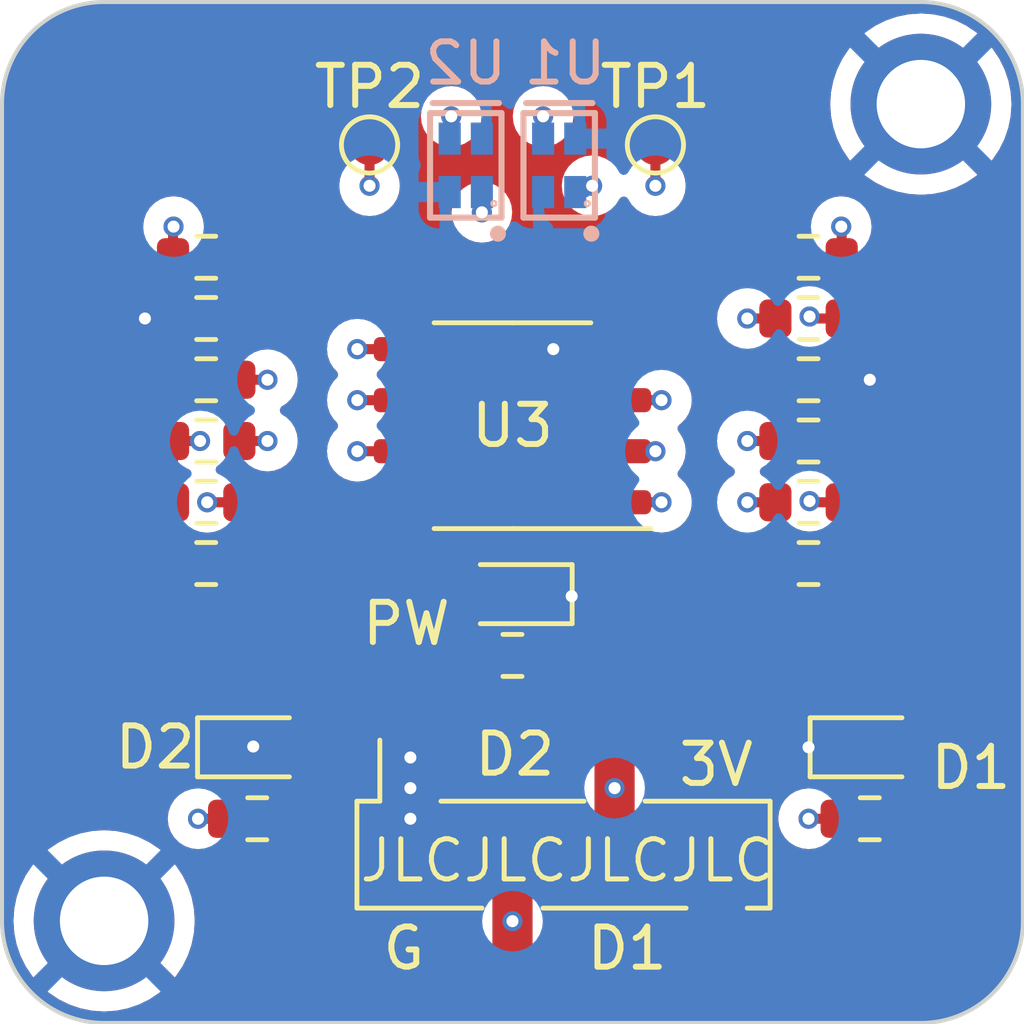
<source format=kicad_pcb>
(kicad_pcb (version 20221018) (generator pcbnew)
  (layers (0 "F.Cu" power) (1 "In1.Cu" signal) (2 "In2.Cu" signal) (31 "B.Cu" power) (34 "B.Paste" user) (35 "F.Paste" user) (36 "B.SilkS" user "B.Silkscreen") (37 "F.SilkS" user "F.Silkscreen") (38 "B.Mask" user) (39 "F.Mask" user) (44 "Edge.Cuts" user))
  (net 0 "")
  (net 1 "GND")
  (net 2 "A2")
  (net 3 "A1")
  (net 4 "D2")
  (net 5 "D1")
  (net 6 "+3V3")
  (net 7 "Net-(D1-A)")
  (net 8 "Net-(D2-A)")
  (net 9 "Net-(U3A--)")
  (net 10 "Net-(U3A-+)")
  (net 11 "Net-(U3B-+)")
  (net 12 "Net-(U3B--)")
  (net 13 "Net-(PW1-A)")
  (net 14 "Net-(U1-A)")
  (net 15 "Net-(U2-A)")
  (footprint "Resistor_SMD:R_0603_1608Metric" (layer "F.Cu") (at 30.48 33.274)
    (fp_text reference "R15" hide)
    (fp_text value "1k" hide)
    (fp_line (start -0.237258 -0.5225) (end 0.237258 -0.5225) (stroke (width 0.12)) (layer "F.SilkS"))
    (fp_line (start -0.237258 0.5225) (end 0.237258 0.5225) (stroke (width 0.12)) (layer "F.SilkS"))
    (pad "1" smd roundrect (at -0.825 0) (size 0.8 0.95) (layers "F.Cu" "F.Paste" "F.Mask") (net 1 "GND"))
    (pad "2" smd roundrect (at 0.825 0) (size 0.8 0.95) (layers "F.Cu" "F.Paste" "F.Mask") (net 11 "Net-(U3B-+)"))
  )
  (footprint "Resistor_SMD:R_0603_1608Metric" (layer "F.Cu") (at 30.48 34.798)
    (fp_text reference "R11" hide)
    (fp_text value "1k" hide)
    (fp_line (start -0.237258 -0.5225) (end 0.237258 -0.5225) (stroke (width 0.12)) (layer "F.SilkS"))
    (fp_line (start -0.237258 0.5225) (end 0.237258 0.5225) (stroke (width 0.12)) (layer "F.SilkS"))
    (pad "1" smd roundrect (at -0.825 0) (size 0.8 0.95) (layers "F.Cu" "F.Paste" "F.Mask") (net 6 "+3V3"))
    (pad "2" smd roundrect (at 0.825 0) (size 0.8 0.95) (layers "F.Cu" "F.Paste" "F.Mask") (net 11 "Net-(U3B-+)"))
  )
  (footprint "Resistor_SMD:R_0603_1608Metric" (layer "F.Cu") (at 30.48 39.37 180)
    (fp_text reference "R2" hide)
    (fp_text value "1k" hide)
    (fp_line (start -0.237258 -0.5225) (end 0.237258 -0.5225) (stroke (width 0.12)) (layer "F.SilkS"))
    (fp_line (start -0.237258 0.5225) (end 0.237258 0.5225) (stroke (width 0.12)) (layer "F.SilkS"))
    (pad "1" smd roundrect (at -0.825 0 180) (size 0.8 0.95) (layers "F.Cu" "F.Paste" "F.Mask") (net 6 "+3V3"))
    (pad "2" smd roundrect (at 0.825 0 180) (size 0.8 0.95) (layers "F.Cu" "F.Paste" "F.Mask") (net 2 "A2"))
  )
  (footprint "Resistor_SMD:R_0603_1608Metric" (layer "F.Cu") (at 30.48 37.846 180)
    (fp_text reference "R13" hide)
    (fp_text value "1k" hide)
    (fp_line (start -0.237258 -0.5225) (end 0.237258 -0.5225) (stroke (width 0.12)) (layer "F.SilkS"))
    (fp_line (start -0.237258 0.5225) (end 0.237258 0.5225) (stroke (width 0.12)) (layer "F.SilkS"))
    (pad "1" smd roundrect (at -0.825 0 180) (size 0.8 0.95) (layers "F.Cu" "F.Paste" "F.Mask") (net 4 "D2"))
    (pad "2" smd roundrect (at 0.825 0 180) (size 0.8 0.95) (layers "F.Cu" "F.Paste" "F.Mask") (net 2 "A2"))
  )
  (footprint "LED_SMD:LED_0603_1608Metric" (layer "F.Cu") (at 31.75 43.942)
    (fp_text reference "D2" (at -2.54 0 180) (layer "F.SilkS"))
    (fp_text value "Yellow" hide)
    (fp_line (start -1.485 -0.735) (end -1.485 0.735) (stroke (width 0.12)) (layer "F.SilkS"))
    (fp_line (start -1.485 0.735) (end 0.8 0.735) (stroke (width 0.12)) (layer "F.SilkS"))
    (fp_line (start 0.8 -0.735) (end -1.485 -0.735) (stroke (width 0.12)) (layer "F.SilkS"))
    (pad "1" smd roundrect (at -0.7875 0) (size 0.875 0.95) (layers "F.Cu" "F.Paste" "F.Mask") (net 1 "GND"))
    (pad "2" smd roundrect (at 0.7875 0) (size 0.875 0.95) (layers "F.Cu" "F.Paste" "F.Mask") (net 8 "Net-(D2-A)"))
  )
  (footprint "Resistor_SMD:R_0603_1608Metric" (layer "F.Cu") (at 45.466 33.274)
    (fp_text reference "R9" hide)
    (fp_text value "1.5k" hide)
    (fp_line (start -0.237258 -0.5225) (end 0.237258 -0.5225) (stroke (width 0.12)) (layer "F.SilkS"))
    (fp_line (start -0.237258 0.5225) (end 0.237258 0.5225) (stroke (width 0.12)) (layer "F.SilkS"))
    (pad "1" smd roundrect (at -0.825 0) (size 0.8 0.95) (layers "F.Cu" "F.Paste" "F.Mask") (net 10 "Net-(U3A-+)"))
    (pad "2" smd roundrect (at 0.825 0) (size 0.8 0.95) (layers "F.Cu" "F.Paste" "F.Mask") (net 3 "A1"))
  )
  (footprint "Resistor_SMD:R_0603_1608Metric" (layer "F.Cu") (at 45.466 31.75 180)
    (fp_text reference "R3" hide)
    (fp_text value "100" hide)
    (fp_line (start -0.237258 -0.5225) (end 0.237258 -0.5225) (stroke (width 0.12)) (layer "F.SilkS"))
    (fp_line (start -0.237258 0.5225) (end 0.237258 0.5225) (stroke (width 0.12)) (layer "F.SilkS"))
    (pad "1" smd roundrect (at -0.825 0 180) (size 0.8 0.95) (layers "F.Cu" "F.Paste" "F.Mask") (net 14 "Net-(U1-A)"))
    (pad "2" smd roundrect (at 0.825 0 180) (size 0.8 0.95) (layers "F.Cu" "F.Paste" "F.Mask") (net 6 "+3V3"))
  )
  (footprint "Package_SO:SOIC-8_3.9x4.9mm_P1.27mm" (layer "F.Cu") (at 38.1 35.941 180)
    (fp_text reference "U3" (at 0 0) (layer "F.SilkS"))
    (fp_text value "LM2903" hide)
    (fp_line (start 0 -2.56) (end -3.45 -2.56) (stroke (width 0.12)) (layer "F.SilkS"))
    (fp_line (start 0 -2.56) (end 1.95 -2.56) (stroke (width 0.12)) (layer "F.SilkS"))
    (fp_line (start 0 2.56) (end -1.95 2.56) (stroke (width 0.12)) (layer "F.SilkS"))
    (fp_line (start 0 2.56) (end 1.95 2.56) (stroke (width 0.12)) (layer "F.SilkS"))
    (pad "1" smd roundrect (at -2.475 -1.905 180) (size 1.95 0.6) (layers "F.Cu" "F.Paste" "F.Mask") (net 5 "D1"))
    (pad "2" smd roundrect (at -2.475 -0.635 180) (size 1.95 0.6) (layers "F.Cu" "F.Paste" "F.Mask") (net 9 "Net-(U3A--)"))
    (pad "3" smd roundrect (at -2.475 0.635 180) (size 1.95 0.6) (layers "F.Cu" "F.Paste" "F.Mask") (net 10 "Net-(U3A-+)"))
    (pad "4" smd roundrect (at -2.475 1.905 180) (size 1.95 0.6) (layers "F.Cu" "F.Paste" "F.Mask") (net 1 "GND"))
    (pad "5" smd roundrect (at 2.475 1.905 180) (size 1.95 0.6) (layers "F.Cu" "F.Paste" "F.Mask") (net 11 "Net-(U3B-+)"))
    (pad "6" smd roundrect (at 2.475 0.635 180) (size 1.95 0.6) (layers "F.Cu" "F.Paste" "F.Mask") (net 12 "Net-(U3B--)"))
    (pad "7" smd roundrect (at 2.475 -0.635 180) (size 1.95 0.6) (layers "F.Cu" "F.Paste" "F.Mask") (net 4 "D2"))
    (pad "8" smd roundrect (at 2.475 -1.905 180) (size 1.95 0.6) (layers "F.Cu" "F.Paste" "F.Mask") (net 6 "+3V3"))
  )
  (footprint "TestPoint:TestPoint_Pad_D1.0mm" (layer "F.Cu") (at 41.656 28.956)
    (fp_text reference "TP1" (at 0 -1.448) (layer "F.SilkS"))
    (fp_text value "~")
    (fp_circle (center 0 0) (end 0 0.7) (stroke (width 0.12)) (fill none) (layer "F.SilkS"))
    (pad "1" smd circle (at 0 0) (size 1 1) (layers "F.Cu" "F.Mask") (net 3 "A1"))
  )
  (footprint "MountingHole:MountingHole_2.2mm_M2_ISO7380_Pad" (layer "F.Cu") (at 27.94 48.26)
    (fp_text reference "H2" hide)
    (fp_text value "MountingHole_Pad" hide)
    (pad "1" thru_hole circle (at 0 0) (size 3.5 3.5) (drill 2.2) (layers "*.Cu" "*.Mask") (net 1 "GND"))
  )
  (footprint "Resistor_SMD:R_0603_1608Metric" (layer "F.Cu") (at 45.466 37.846)
    (fp_text reference "R10" hide)
    (fp_text value "1k" hide)
    (fp_line (start -0.237258 -0.5225) (end 0.237258 -0.5225) (stroke (width 0.12)) (layer "F.SilkS"))
    (fp_line (start -0.237258 0.5225) (end 0.237258 0.5225) (stroke (width 0.12)) (layer "F.SilkS"))
    (pad "1" smd roundrect (at -0.825 0) (size 0.8 0.95) (layers "F.Cu" "F.Paste" "F.Mask") (net 5 "D1"))
    (pad "2" smd roundrect (at 0.825 0) (size 0.8 0.95) (layers "F.Cu" "F.Paste" "F.Mask") (net 3 "A1"))
  )
  (footprint "MountingHole:MountingHole_2.2mm_M2_ISO7380_Pad" (layer "F.Cu") (at 48.26 27.94)
    (fp_text reference "H1" hide)
    (fp_text value "MountingHole_Pad" hide)
    (pad "1" thru_hole circle (at 0 0) (size 3.5 3.5) (drill 2.2) (layers "*.Cu" "*.Mask") (net 1 "GND"))
  )
  (footprint "Resistor_SMD:R_0603_1608Metric" (layer "F.Cu") (at 46.99 45.72)
    (fp_text reference "R6" hide)
    (fp_text value "130" hide)
    (fp_line (start -0.237258 -0.5225) (end 0.237258 -0.5225) (stroke (width 0.12)) (layer "F.SilkS"))
    (fp_line (start -0.237258 0.5225) (end 0.237258 0.5225) (stroke (width 0.12)) (layer "F.SilkS"))
    (pad "1" smd roundrect (at -0.825 0) (size 0.8 0.95) (layers "F.Cu" "F.Paste" "F.Mask") (net 5 "D1"))
    (pad "2" smd roundrect (at 0.825 0) (size 0.8 0.95) (layers "F.Cu" "F.Paste" "F.Mask") (net 7 "Net-(D1-A)"))
  )
  (footprint "Resistor_SMD:R_0603_1608Metric" (layer "F.Cu") (at 30.48 36.322 180)
    (fp_text reference "R12" hide)
    (fp_text value "1.5k" hide)
    (fp_line (start -0.237258 -0.5225) (end 0.237258 -0.5225) (stroke (width 0.12)) (layer "F.SilkS"))
    (fp_line (start -0.237258 0.5225) (end 0.237258 0.5225) (stroke (width 0.12)) (layer "F.SilkS"))
    (pad "1" smd roundrect (at -0.825 0 180) (size 0.8 0.95) (layers "F.Cu" "F.Paste" "F.Mask") (net 12 "Net-(U3B--)"))
    (pad "2" smd roundrect (at 0.825 0 180) (size 0.8 0.95) (layers "F.Cu" "F.Paste" "F.Mask") (net 2 "A2"))
  )
  (footprint "Resistor_SMD:R_0603_1608Metric" (layer "F.Cu") (at 45.466 34.798 180)
    (fp_text reference "R14" hide)
    (fp_text value "1k" hide)
    (fp_line (start -0.237258 -0.5225) (end 0.237258 -0.5225) (stroke (width 0.12)) (layer "F.SilkS"))
    (fp_line (start -0.237258 0.5225) (end 0.237258 0.5225) (stroke (width 0.12)) (layer "F.SilkS"))
    (pad "1" smd roundrect (at -0.825 0 180) (size 0.8 0.95) (layers "F.Cu" "F.Paste" "F.Mask") (net 1 "GND"))
    (pad "2" smd roundrect (at 0.825 0 180) (size 0.8 0.95) (layers "F.Cu" "F.Paste" "F.Mask") (net 9 "Net-(U3A--)"))
  )
  (footprint "Resistor_SMD:R_0603_1608Metric" (layer "F.Cu") (at 45.466 36.322 180)
    (fp_text reference "R8" hide)
    (fp_text value "1k" hide)
    (fp_line (start -0.237258 -0.5225) (end 0.237258 -0.5225) (stroke (width 0.12)) (layer "F.SilkS"))
    (fp_line (start -0.237258 0.5225) (end 0.237258 0.5225) (stroke (width 0.12)) (layer "F.SilkS"))
    (pad "1" smd roundrect (at -0.825 0 180) (size 0.8 0.95) (layers "F.Cu" "F.Paste" "F.Mask") (net 6 "+3V3"))
    (pad "2" smd roundrect (at 0.825 0 180) (size 0.8 0.95) (layers "F.Cu" "F.Paste" "F.Mask") (net 9 "Net-(U3A--)"))
  )
  (footprint "TestPoint:TestPoint_Pad_D1.0mm" (layer "F.Cu") (at 34.544 28.956)
    (fp_text reference "TP2" (at 0 -1.448) (layer "F.SilkS"))
    (fp_text value "~")
    (fp_circle (center 0 0) (end 0 0.7) (stroke (width 0.12)) (fill none) (layer "F.SilkS"))
    (pad "1" smd circle (at 0 0) (size 1 1) (layers "F.Cu" "F.Mask") (net 2 "A2"))
  )
  (footprint "Connector_PinHeader_2.54mm:PinHeader_1x04_P2.54mm_Vertical_SMD_Pin1Right" (layer "F.Cu") (at 39.37 46.613 90)
    (fp_text reference "J1" hide)
    (fp_text value "Conn_01x04" hide)
    (fp_line (start -1.33 -5.14) (end -1.33 -2.03) (stroke (width 0.12)) (layer "F.SilkS"))
    (fp_line (start -1.33 -5.14) (end 1.33 -5.14) (stroke (width 0.12)) (layer "F.SilkS"))
    (fp_line (start -1.33 -0.51) (end -1.33 3.05) (stroke (width 0.12)) (layer "F.SilkS"))
    (fp_line (start -1.33 4.57) (end -1.33 5.14) (stroke (width 0.12)) (layer "F.SilkS"))
    (fp_line (start -1.33 5.14) (end 1.33 5.14) (stroke (width 0.12)) (layer "F.SilkS"))
    (fp_line (start 1.33 -5.14) (end 1.33 -4.57) (stroke (width 0.12)) (layer "F.SilkS"))
    (fp_line (start 1.33 -4.57) (end 2.85 -4.57) (stroke (width 0.12)) (layer "F.SilkS"))
    (fp_line (start 1.33 -3.05) (end 1.33 0.51) (stroke (width 0.12)) (layer "F.SilkS"))
    (fp_line (start 1.33 2.03) (end 1.33 5.14) (stroke (width 0.12)) (layer "F.SilkS"))
    (pad "1" smd rect (at 1.655 -3.81 90) (size 2.51 1) (layers "F.Cu" "F.Paste" "F.Mask") (net 1 "GND"))
    (pad "2" smd rect (at -1.655 -1.27 90) (size 2.51 1) (layers "F.Cu" "F.Paste" "F.Mask") (net 4 "D2"))
    (pad "3" smd rect (at 1.655 1.27 90) (size 2.51 1) (layers "F.Cu" "F.Paste" "F.Mask") (net 5 "D1"))
    (pad "4" smd rect (at -1.655 3.81 90) (size 2.51 1) (layers "F.Cu" "F.Paste" "F.Mask") (net 6 "+3V3"))
  )
  (footprint "Resistor_SMD:R_0603_1608Metric" (layer "F.Cu") (at 38.1 41.656 180)
    (fp_text reference "R5" hide)
    (fp_text value "30" hide)
    (fp_line (start -0.237258 -0.5225) (end 0.237258 -0.5225) (stroke (width 0.12)) (layer "F.SilkS"))
    (fp_line (start -0.237258 0.5225) (end 0.237258 0.5225) (stroke (width 0.12)) (layer "F.SilkS"))
    (pad "1" smd roundrect (at -0.825 0 180) (size 0.8 0.95) (layers "F.Cu" "F.Paste" "F.Mask") (net 6 "+3V3"))
    (pad "2" smd roundrect (at 0.825 0 180) (size 0.8 0.95) (layers "F.Cu" "F.Paste" "F.Mask") (net 13 "Net-(PW1-A)"))
  )
  (footprint "LED_SMD:LED_0603_1608Metric" (layer "F.Cu") (at 38.1 40.132 180)
    (fp_text reference "PW1" hide)
    (fp_text value "Green" hide)
    (fp_line (start -1.485 -0.735) (end -1.485 0.735) (stroke (width 0.12)) (layer "F.SilkS"))
    (fp_line (start -1.485 0.735) (end 0.8 0.735) (stroke (width 0.12)) (layer "F.SilkS"))
    (fp_line (start 0.8 -0.735) (end -1.485 -0.735) (stroke (width 0.12)) (layer "F.SilkS"))
    (pad "1" smd roundrect (at -0.7875 0 180) (size 0.875 0.95) (layers "F.Cu" "F.Paste" "F.Mask") (net 1 "GND"))
    (pad "2" smd roundrect (at 0.7875 0 180) (size 0.875 0.95) (layers "F.Cu" "F.Paste" "F.Mask") (net 13 "Net-(PW1-A)"))
  )
  (footprint "Resistor_SMD:R_0603_1608Metric" (layer "F.Cu") (at 30.48 31.75)
    (fp_text reference "R4" hide)
    (fp_text value "100" hide)
    (fp_line (start -0.237258 -0.5225) (end 0.237258 -0.5225) (stroke (width 0.12)) (layer "F.SilkS"))
    (fp_line (start -0.237258 0.5225) (end 0.237258 0.5225) (stroke (width 0.12)) (layer "F.SilkS"))
    (pad "1" smd roundrect (at -0.825 0) (size 0.8 0.95) (layers "F.Cu" "F.Paste" "F.Mask") (net 15 "Net-(U2-A)"))
    (pad "2" smd roundrect (at 0.825 0) (size 0.8 0.95) (layers "F.Cu" "F.Paste" "F.Mask") (net 6 "+3V3"))
  )
  (footprint "Resistor_SMD:R_0603_1608Metric" (layer "F.Cu") (at 31.75 45.72)
    (fp_text reference "R7" hide)
    (fp_text value "130" hide)
    (fp_line (start -0.237258 -0.5225) (end 0.237258 -0.5225) (stroke (width 0.12)) (layer "F.SilkS"))
    (fp_line (start -0.237258 0.5225) (end 0.237258 0.5225) (stroke (width 0.12)) (layer "F.SilkS"))
    (pad "1" smd roundrect (at -0.825 0) (size 0.8 0.95) (layers "F.Cu" "F.Paste" "F.Mask") (net 4 "D2"))
    (pad "2" smd roundrect (at 0.825 0) (size 0.8 0.95) (layers "F.Cu" "F.Paste" "F.Mask") (net 8 "Net-(D2-A)"))
  )
  (footprint "LED_SMD:LED_0603_1608Metric" (layer "F.Cu") (at 46.99 43.942)
    (fp_text reference "D1" (at 2.5145 0.508 180) (layer "F.SilkS"))
    (fp_text value "Red" hide)
    (fp_line (start -1.485 -0.735) (end -1.485 0.735) (stroke (width 0.12)) (layer "F.SilkS"))
    (fp_line (start -1.485 0.735) (end 0.8 0.735) (stroke (width 0.12)) (layer "F.SilkS"))
    (fp_line (start 0.8 -0.735) (end -1.485 -0.735) (stroke (width 0.12)) (layer "F.SilkS"))
    (pad "1" smd roundrect (at -0.7875 0) (size 0.875 0.95) (layers "F.Cu" "F.Paste" "F.Mask") (net 1 "GND"))
    (pad "2" smd roundrect (at 0.7875 0) (size 0.875 0.95) (layers "F.Cu" "F.Paste" "F.Mask") (net 7 "Net-(D1-A)"))
  )
  (footprint "Resistor_SMD:R_0603_1608Metric" (layer "F.Cu") (at 45.466 39.37)
    (fp_text reference "R1" hide)
    (fp_text value "1k" hide)
    (fp_line (start -0.237258 -0.5225) (end 0.237258 -0.5225) (stroke (width 0.12)) (layer "F.SilkS"))
    (fp_line (start -0.237258 0.5225) (end 0.237258 0.5225) (stroke (width 0.12)) (layer "F.SilkS"))
    (pad "1" smd roundrect (at -0.825 0) (size 0.8 0.95) (layers "F.Cu" "F.Paste" "F.Mask") (net 6 "+3V3"))
    (pad "2" smd roundrect (at 0.825 0) (size 0.8 0.95) (layers "F.Cu" "F.Paste" "F.Mask") (net 3 "A1"))
  )
  (footprint "open-servo-controller:OPTO-SMD-4_ITR1204SR10A" (layer "B.Cu") (at 39.262051 29.464 180)
    (fp_text reference "U1" (at -0.145797 2.54) (layer "B.SilkS") (effects (justify mirror)))
    (fp_text value "ITR1204SR10A_TR(BY)" hide)
    (fp_line (start -0.8889 -1.299975) (end -0.8889 1.300051) (stroke (width 0.151994)) (layer "B.SilkS"))
    (fp_line (start -0.8889 -1.299975) (end 0.889103 -1.299975) (stroke (width 0.151994)) (layer "B.SilkS"))
    (fp_line (start -0.8889 1.300051) (end 0.889027 1.300051) (stroke (width 0.151994)) (layer "B.SilkS"))
    (fp_line (start -0.824968 1.550013) (end 0.825019 1.550013) (stroke (width 0.151994)) (layer "B.SilkS"))
    (fp_line (start 0.889103 -1.299975) (end 0.889027 1.300051) (stroke (width 0.151994)) (layer "B.SilkS"))
    (fp_circle (center -0.799949 -1.699975) (end -0.699949 -1.699975) (stroke (width 0.2)) (fill none) (layer "B.SilkS"))
    (fp_circle (center -0.700025 -0.949962) (end -0.670028 -0.949962) (stroke (width 0.059995)) (fill none) (layer "B.SilkS"))
    (pad "1" smd rect (at -0.400051 -0.664973 90) (size 0.8 0.550013) (layers "B.Cu" "B.Paste" "B.Mask") (net 3 "A1"))
    (pad "2" smd rect (at 0.400051 -0.664973 90) (size 0.8 0.550013) (layers "B.Cu" "B.Paste" "B.Mask") (net 1 "GND"))
    (pad "3" smd rect (at 0.400051 0.664973 90) (size 0.8 0.550013) (layers "B.Cu" "B.Paste" "B.Mask") (net 14 "Net-(U1-A)"))
    (pad "4" smd rect (at -0.399797 0.664973 90) (size 0.8 0.550013) (layers "B.Cu" "B.Paste" "B.Mask") (net 1 "GND"))
  )
  (footprint "open-servo-controller:OPTO-SMD-4_ITR1204SR10A" (layer "B.Cu") (at 36.938203 29.464 180)
    (fp_text reference "U2" (at 0 2.54) (layer "B.SilkS") (effects (justify mirror)))
    (fp_text value "ITR1204SR10A_TR(BY)" hide)
    (fp_line (start -0.8889 -1.299975) (end -0.8889 1.300051) (stroke (width 0.151994)) (layer "B.SilkS"))
    (fp_line (start -0.8889 -1.299975) (end 0.889103 -1.299975) (stroke (width 0.151994)) (layer "B.SilkS"))
    (fp_line (start -0.8889 1.300051) (end 0.889027 1.300051) (stroke (width 0.151994)) (layer "B.SilkS"))
    (fp_line (start -0.824968 1.550013) (end 0.825019 1.550013) (stroke (width 0.151994)) (layer "B.SilkS"))
    (fp_line (start 0.889103 -1.299975) (end 0.889027 1.300051) (stroke (width 0.151994)) (layer "B.SilkS"))
    (fp_circle (center -0.799949 -1.699975) (end -0.699949 -1.699975) (stroke (width 0.2)) (fill none) (layer "B.SilkS"))
    (fp_circle (center -0.700025 -0.949962) (end -0.670028 -0.949962) (stroke (width 0.059995)) (fill none) (layer "B.SilkS"))
    (pad "1" smd rect (at -0.400051 -0.664973 90) (size 0.8 0.550013) (layers "B.Cu" "B.Paste" "B.Mask") (net 2 "A2"))
    (pad "2" smd rect (at 0.400051 -0.664973 90) (size 0.8 0.550013) (layers "B.Cu" "B.Paste" "B.Mask") (net 1 "GND"))
    (pad "3" smd rect (at 0.400051 0.664973 90) (size 0.8 0.550013) (layers "B.Cu" "B.Paste" "B.Mask") (net 15 "Net-(U2-A)"))
    (pad "4" smd rect (at -0.399797 0.664973 90) (size 0.8 0.550013) (layers "B.Cu" "B.Paste" "B.Mask") (net 1 "GND"))
  )
  (gr_arc (start 48.26 25.4) (mid 50.056051 26.143949) (end 50.8 27.94) (stroke (width 0.1)) (layer "Edge.Cuts"))
  (gr_line (start 27.94 25.4) (end 48.26 25.4) (stroke (width 0.1)) (layer "Edge.Cuts"))
  (gr_line (start 50.8 48.26) (end 50.8 27.94) (stroke (width 0.1)) (layer "Edge.Cuts"))
  (gr_arc (start 27.94 50.8) (mid 26.143949 50.056051) (end 25.4 48.26) (stroke (width 0.1)) (layer "Edge.Cuts"))
  (gr_arc (start 25.4 27.94) (mid 26.143949 26.143949) (end 27.94 25.4) (stroke (width 0.1)) (layer "Edge.Cuts"))
  (gr_arc (start 50.8 48.26) (mid 50.056051 50.056051) (end 48.26 50.8) (stroke (width 0.1)) (layer "Edge.Cuts"))
  (gr_line (start 25.4 48.26) (end 25.4 27.94) (stroke (width 0.1)) (layer "Edge.Cuts"))
  (gr_line (start 27.94 50.8) (end 48.26 50.8) (stroke (width 0.1)) (layer "Edge.Cuts"))
  (gr_text "3V" (at 42.164 44.958) (layer "F.SilkS") (effects (font (size 1 1)) (justify left bottom)))
  (gr_text "D2" (at 37.084 44.704) (layer "F.SilkS") (effects (font (size 1 1)) (justify left bottom)))
  (gr_text "JLCJLCJLCJLC" (at 34.2392 47.3456) (layer "F.SilkS") (effects (font (size 1 1) (thickness 0.125)) (justify left bottom)))
  (gr_text "D1" (at 39.878 49.53) (layer "F.SilkS") (effects (font (size 1 1)) (justify left bottom)))
  (gr_text "G" (at 34.798 49.53) (layer "F.SilkS") (effects (font (size 1 1)) (justify left bottom)))
  (gr_text "PW" (at 34.29 41.4528) (layer "F.SilkS") (effects (font (size 1 1)) (justify left bottom)))
  (segment (start 40.575 34.036) (end 39.116 34.036) (width 0.25) (layer "F.Cu") (net 1))
  (segment (start 30.9625 43.942) (end 31.631654 43.942) (width 0.25) (layer "F.Cu") (net 1))
  (segment (start 31.631654 43.942) (end 31.6505 43.923154) (width 0.25) (layer "F.Cu") (net 1))
  (segment (start 29.655 33.274) (end 28.956 33.274) (width 0.25) (layer "F.Cu") (net 1))
  (segment (start 46.291 34.798) (end 46.99 34.798) (width 0.25) (layer "F.Cu") (net 1))
  (segment (start 46.2025 43.942) (end 45.466 43.942) (width 0.25) (layer "F.Cu") (net 1))
  (via (at 45.466 43.942) (size 0.5) (drill 0.3) (layers "F.Cu" "B.Cu") (net 1))
  (via (at 46.99 34.798) (size 0.5) (drill 0.3) (layers "F.Cu" "B.Cu") (net 1))
  (via (at 28.956 33.274) (size 0.5) (drill 0.3) (layers "F.Cu" "B.Cu") (net 1))
  (via (at 35.56 44.196) (size 0.5) (drill 0.3) (layers "F.Cu" "B.Cu") (net 1))
  (via (at 31.6505 43.923154) (size 0.5) (drill 0.3) (layers "F.Cu" "B.Cu") (net 1))
  (via (at 39.5732 40.1828) (size 0.5) (drill 0.3) (layers "F.Cu" "B.Cu") (net 1))
  (via (at 35.56 45.72) (size 0.5) (drill 0.3) (layers "F.Cu" "B.Cu") (net 1))
  (via (at 35.56 44.958) (size 0.5) (drill 0.3) (layers "F.Cu" "B.Cu") (net 1))
  (via (at 39.116 34.036) (size 0.5) (drill 0.3) (layers "F.Cu" "B.Cu") (net 1))
  (segment (start 37.342573 28.8036) (end 37.338 28.799027) (width 0.25) (layer "B.Cu") (net 1))
  (segment (start 39.666421 28.8036) (end 39.661848 28.799027) (width 0.25) (layer "B.Cu") (net 1))
  (segment (start 34.544 28.956) (end 34.544 29.972) (width 0.25) (layer "F.Cu") (net 2))
  (segment (start 29.655 36.322) (end 30.3276 36.322) (width 0.25) (layer "F.Cu") (net 2))
  (segment (start 29.655 36.322) (end 29.655 39.37) (width 0.25) (layer "F.Cu") (net 2))
  (via (at 34.544 29.972) (size 0.5) (drill 0.3) (layers "F.Cu" "B.Cu") (net 2))
  (via (at 30.3276 36.322) (size 0.5) (drill 0.3) (layers "F.Cu" "B.Cu") (net 2))
  (via (at 37.338254 30.6324) (size 0.5) (drill 0.3) (layers "F.Cu" "B.Cu") (net 2))
  (segment (start 37.338254 30.6324) (end 37.338254 30.128973) (width 0.25) (layer "B.Cu") (net 2))
  (segment (start 46.291 37.846) (end 46.291 39.37) (width 0.25) (layer "F.Cu") (net 3))
  (segment (start 45.518561 37.846) (end 46.291 37.846) (width 0.25) (layer "F.Cu") (net 3))
  (segment (start 41.656 28.956) (end 41.656 29.972) (width 0.25) (layer "F.Cu") (net 3))
  (segment (start 46.291 33.274) (end 45.539753 33.274) (width 0.25) (layer "F.Cu") (net 3))
  (segment (start 45.539753 33.274) (end 45.4905 33.224747) (width 0.25) (layer "F.Cu") (net 3))
  (segment (start 45.4905 37.817939) (end 45.518561 37.846) (width 0.25) (layer "F.Cu") (net 3))
  (via (at 40.0812 29.972) (size 0.5) (drill 0.3) (layers "F.Cu" "B.Cu") (net 3))
  (via (at 45.4905 33.224747) (size 0.5) (drill 0.3) (layers "F.Cu" "B.Cu") (net 3))
  (via (at 45.4905 37.817939) (size 0.5) (drill 0.3) (layers "F.Cu" "B.Cu") (net 3))
  (via (at 41.656 29.972) (size 0.5) (drill 0.3) (layers "F.Cu" "B.Cu") (net 3))
  (segment (start 39.924227 30.128973) (end 39.662102 30.128973) (width 0.25) (layer "B.Cu") (net 3))
  (segment (start 40.0812 29.972) (end 39.924227 30.128973) (width 0.25) (layer "B.Cu") (net 3))
  (segment (start 35.625 36.576) (end 34.2392 36.576) (width 0.25) (layer "F.Cu") (net 4))
  (segment (start 30.9625 45.6825) (end 30.925 45.72) (width 0.25) (layer "F.Cu") (net 4))
  (segment (start 30.925 45.72) (end 30.2768 45.72) (width 0.25) (layer "F.Cu") (net 4))
  (segment (start 31.305 37.846) (end 30.5045 37.846) (width 0.25) (layer "F.Cu") (net 4))
  (segment (start 30.9625 45.4285) (end 30.925 45.466) (width 0.25) (layer "F.Cu") (net 4))
  (via (at 30.5045 37.846) (size 0.5) (drill 0.3) (layers "F.Cu" "B.Cu") (net 4))
  (via (at 34.2392 36.576) (size 0.5) (drill 0.3) (layers "F.Cu" "B.Cu") (net 4))
  (via (at 38.1 48.268) (size 0.5) (drill 0.3) (layers "F.Cu" "B.Cu") (net 4))
  (via (at 30.2768 45.72) (size 0.5) (drill 0.3) (layers "F.Cu" "B.Cu") (net 4))
  (segment (start 46.2025 45.6825) (end 46.165 45.72) (width 0.25) (layer "F.Cu") (net 5))
  (segment (start 44.641 37.846) (end 43.942 37.846) (width 0.25) (layer "F.Cu") (net 5))
  (segment (start 40.575 37.846) (end 41.8084 37.846) (width 0.25) (layer "F.Cu") (net 5))
  (segment (start 46.165 45.72) (end 45.466 45.72) (width 0.25) (layer "F.Cu") (net 5))
  (via (at 45.466 45.72) (size 0.5) (drill 0.3) (layers "F.Cu" "B.Cu") (net 5))
  (via (at 40.64 44.958) (size 0.5) (drill 0.3) (layers "F.Cu" "B.Cu") (net 5))
  (via (at 41.8084 37.846) (size 0.5) (drill 0.3) (layers "F.Cu" "B.Cu") (net 5))
  (via (at 43.942 37.846) (size 0.5) (drill 0.3) (layers "F.Cu" "B.Cu") (net 5))
  (segment (start 38.8875 41.6185) (end 38.925 41.656) (width 0.25) (layer "F.Cu") (net 6))
  (segment (start 47.7775 43.942) (end 47.7775 45.6825) (width 0.25) (layer "F.Cu") (net 7))
  (segment (start 47.7775 45.6825) (end 47.815 45.72) (width 0.25) (layer "F.Cu") (net 7))
  (segment (start 32.5375 43.942) (end 32.5375 45.6825) (width 0.25) (layer "F.Cu") (net 8))
  (segment (start 32.5375 45.6825) (end 32.575 45.72) (width 0.25) (layer "F.Cu") (net 8))
  (segment (start 44.641 36.322) (end 43.942 36.322) (width 0.25) (layer "F.Cu") (net 9))
  (segment (start 44.641 34.798) (end 44.641 36.322) (width 0.25) (layer "F.Cu") (net 9))
  (segment (start 40.575 36.576) (end 41.656 36.576) (width 0.25) (layer "F.Cu") (net 9))
  (via (at 41.656 36.576) (size 0.5) (drill 0.3) (layers "F.Cu" "B.Cu") (net 9))
  (via (at 43.942 36.322) (size 0.5) (drill 0.3) (layers "F.Cu" "B.Cu") (net 9))
  (segment (start 41.8084 35.306) (end 40.575 35.306) (width 0.25) (layer "F.Cu") (net 10))
  (segment (start 44.641 33.274) (end 43.942 33.274) (width 0.25) (layer "F.Cu") (net 10))
  (via (at 41.8084 35.306) (size 0.5) (drill 0.3) (layers "F.Cu" "B.Cu") (net 10))
  (via (at 43.942 33.274) (size 0.5) (drill 0.3) (layers "F.Cu" "B.Cu") (net 10))
  (segment (start 31.305 34.798) (end 32.004 34.798) (width 0.25) (layer "F.Cu") (net 11))
  (segment (start 31.305 33.274) (end 31.305 34.798) (width 0.25) (layer "F.Cu") (net 11))
  (segment (start 35.625 34.036) (end 34.2392 34.036) (width 0.25) (layer "F.Cu") (net 11))
  (via (at 34.2392 34.036) (size 0.5) (drill 0.3) (layers "F.Cu" "B.Cu") (net 11))
  (via (at 32.004 34.798) (size 0.5) (drill 0.3) (layers "F.Cu" "B.Cu") (net 11))
  (segment (start 31.305 36.322) (end 32.004 36.322) (width 0.25) (layer "F.Cu") (net 12))
  (segment (start 35.625 35.306) (end 34.2392 35.306) (width 0.25) (layer "F.Cu") (net 12))
  (via (at 32.004 36.322) (size 0.5) (drill 0.3) (layers "F.Cu" "B.Cu") (net 12))
  (via (at 34.2392 35.306) (size 0.5) (drill 0.3) (layers "F.Cu" "B.Cu") (net 12))
  (segment (start 37.3125 40.132) (end 37.3125 41.6185) (width 0.25) (layer "F.Cu") (net 13))
  (segment (start 37.3125 41.6185) (end 37.275 41.656) (width 0.25) (layer "F.Cu") (net 13))
  (segment (start 46.291 31.0002) (end 46.2788 30.988) (width 0.25) (layer "F.Cu") (net 14))
  (segment (start 46.291 31.75) (end 46.291 31.0002) (width 0.25) (layer "F.Cu") (net 14))
  (via (at 38.862 28.2448) (size 0.5) (drill 0.3) (layers "F.Cu" "B.Cu") (net 14))
  (via (at 46.2788 30.988) (size 0.5) (drill 0.3) (layers "F.Cu" "B.Cu") (net 14))
  (segment (start 38.862 28.2448) (end 38.862 28.799027) (width 0.25) (layer "B.Cu") (net 14))
  (segment (start 29.655 31.0002) (end 29.655 31.75) (width 0.25) (layer "F.Cu") (net 15))
  (segment (start 29.6672 30.988) (end 29.655 31.0002) (width 0.25) (layer "F.Cu") (net 15))
  (via (at 29.6672 30.988) (size 0.5) (drill 0.3) (layers "F.Cu" "B.Cu") (net 15))
  (via (at 36.576 28.2448) (size 0.5) (drill 0.3) (layers "F.Cu" "B.Cu") (net 15))
  (segment (start 36.538152 28.282648) (end 36.538152 28.799027) (width 0.25) (layer "B.Cu") (net 15))
  (segment (start 36.576 28.2448) (end 36.538152 28.282648) (width 0.25) (layer "B.Cu") (net 15))
  (zone (net 6) (net_name "+3V3") (layer "F.Cu") (connect_pads (clearance 0.5)) (min_thickness 0.25) (fill yes (thermal_gap 0.5) (thermal_bridge_width 0.5))
    (polygon (pts (xy 50.8 25.4) (xy 25.4 25.4) (xy 25.4 50.8) (xy 50.8 50.8)))
  )
  (zone (net 1) (net_name "GND") (layer "B.Cu") (connect_pads (clearance 0.5)) (min_thickness 0.25) (fill yes (thermal_gap 0.5) (thermal_bridge_width 0.5))
    (polygon (pts (xy 50.8 25.4) (xy 25.4 25.4) (xy 25.4 50.8) (xy 50.8 50.8)))
  )
)
</source>
